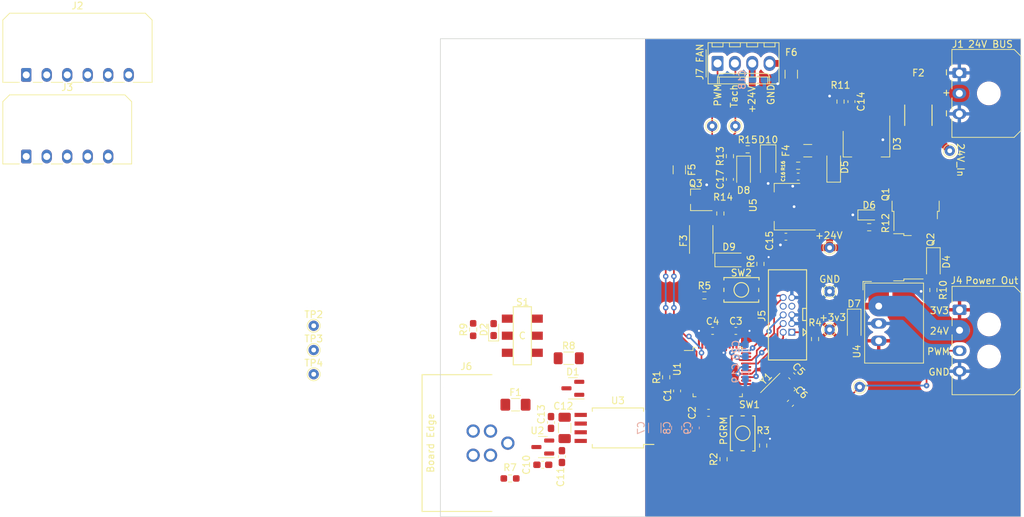
<source format=kicad_pcb>
(kicad_pcb (version 20221018) (generator pcbnew)
  (title_block (date "2024-03-05"))
  (layers (0 "F.Cu" signal) (31 "B.Cu" signal) (34 "B.Paste" user) (35 "F.Paste" user) (36 "B.SilkS" user "B.Silkscreen") (37 "F.SilkS" user "F.Silkscreen") (38 "B.Mask" user) (39 "F.Mask" user) (44 "Edge.Cuts" user))
  (net 0 "")
  (net 1 "+3V3")
  (net 2 "GND")
  (net 3 "Net-(U1-XTALIN)")
  (net 4 "Net-(U1-XTALOUT)")
  (net 5 "/CAN/CAN_VCC_Fused")
  (net 6 "/CAN/GND_CAN")
  (net 7 "/CAN/+5V_CAN")
  (net 8 "Net-(D3-G)")
  (net 9 "+24V")
  (net 10 "+5V")
  (net 11 "/Fans/Fan_Tach")
  (net 12 "/Fans/24V_fused")
  (net 13 "/CAN/CANL")
  (net 14 "/CAN/CANH")
  (net 15 "/CAN/TERM_LED")
  (net 16 "Net-(D2-A)")
  (net 17 "/Power/+24V_FUSED")
  (net 18 "Net-(D4-K)")
  (net 19 "Net-(D4-A)")
  (net 20 "Net-(D6-A)")
  (net 21 "/Fans/Fan_PWM")
  (net 22 "/CAN/CAN_VCC_Unfused")
  (net 23 "/Power/24V_Unprotected")
  (net 24 "Net-(F3-Pad1)")
  (net 25 "Net-(J7-Pin_1)")
  (net 26 "/Fans/PWM_5V")
  (net 27 "Net-(J7-Pin_4)")
  (net 28 "/MCU/Temp_Sens_ADC")
  (net 29 "/MCU/MISO")
  (net 30 "/MCU/MOSI")
  (net 31 "/MCU/SCLK")
  (net 32 "/MCU/CS_1")
  (net 33 "/MCU/CS_2")
  (net 34 "/MCU/ADC_1")
  (net 35 "/MCU/ADC_2")
  (net 36 "/MCU/ADC_3")
  (net 37 "/MCU/ADC_4")
  (net 38 "/MCU/PWM")
  (net 39 "/MCU/RESET")
  (net 42 "Net-(J5-TDO)")
  (net 43 "/MCU/TCLK")
  (net 44 "/MCU/TMS")
  (net 45 "Net-(J5-VCC)")
  (net 46 "/CAN/CAN_Shield")
  (net 47 "/Fans/Tach")
  (net 48 "Net-(Q3-G)")
  (net 49 "/MCU/ISP0")
  (net 50 "/MCU/ISP1")
  (net 51 "Net-(R3-Pad2)")
  (net 52 "Net-(R6-Pad2)")
  (net 53 "Net-(R8-Pad1)")
  (net 56 "/CAN/CAN_TX")
  (net 57 "/CAN/CAN_RX")
  (net 59 "/MCU/RTCXIN")
  (net 61 "/MCU/USB_D+")
  (net 62 "/MCU/USB_D-")
  (footprint "Connector_Molex:Molex_KK-254_AE-6410-04A_1x04_P2.54mm_Vertical" (layer "F.Cu") (at 128.59 61.62)
    (fp_text reference "J7")
    (fp_text value "Fans")
  )
  (footprint "TestPoint:TestPoint_THTPad_D1.5mm_Drill0.7mm" (layer "F.Cu") (at 69.45 100.04)
    (fp_text reference "TP2")
    (fp_text value "CAN_VCC_Fused")
  )
  (footprint "Package_TO_SOT_SMD:SOT-23" (layer "F.Cu") (at 103 117.8 180)
    (fp_text reference "U2")
    (fp_text value "MCP1754S-5002E_SOT23A")
  )
  (footprint "Resistor_SMD:R_0603_1608Metric_Pad0.98x0.95mm_HandSolder" (layer "F.Cu") (at 130.4 75.2 90)
    (fp_text reference "R13")
    (fp_text value "10k")
  )
  (footprint "Resistor_SMD:R_1206_3216Metric_Pad1.30x1.75mm_HandSolder" (layer "F.Cu") (at 106.8 104.8)
    (fp_text reference "R8")
    (fp_text value "120")
  )
  (footprint "layout:SOIC-8_5.85x7.4mm_P1.27mm" (layer "F.Cu") (at 114 115 180)
    (fp_text reference "U3")
    (fp_text value "ISO1042DWV")
  )
  (footprint "Capacitor_SMD:C_1206_3216Metric_Pad1.33x1.80mm_HandSolder" (layer "F.Cu") (at 106.2 115 90)
    (fp_text reference "C12")
    (fp_text value "10uF")
  )
  (footprint "Fuse:Fuse_1206_3216Metric_Pad1.42x1.75mm_HandSolder" (layer "F.Cu") (at 99 111.6 180)
    (fp_text reference "F1")
    (fp_text value "0.2A")
  )
  (footprint "Diode_SMD:D_SOD-123F" (layer "F.Cu") (at 145.6 76.81 90)
    (fp_text reference "D5")
    (fp_text value "28 V")
  )
  (footprint "layout:IDC-Header_2x05_Pitch1.27mm_Straight" (layer "F.Cu") (at 138.836027 98.447027 180)
    (fp_text reference "J5")
    (fp_text value "JTAG_Header")
  )
  (footprint "Resistor_SMD:R_0603_1608Metric_Pad0.98x0.95mm_HandSolder" (layer "F.Cu") (at 150.8 85.61)
    (fp_text reference "R12")
    (fp_text value "10k")
  )
  (footprint "Resistor_SMD:R_0603_1608Metric_Pad0.98x0.95mm_HandSolder" (layer "F.Cu") (at 160.2 94.81 -90)
    (fp_text reference "R10")
    (fp_text value "1k")
  )
  (footprint "TestPoint:TestPoint_THTPad_D1.5mm_Drill0.7mm" (layer "F.Cu") (at 145 100.61 -90)
    (fp_text reference "TP8" hide)
    (fp_text value "3v3")
  )
  (footprint "Resistor_SMD:R_0603_1608Metric_Pad0.98x0.95mm_HandSolder" (layer "F.Cu") (at 142.871027 101.987027 90)
    (fp_text reference "R4")
    (fp_text value "0 ")
  )
  (footprint "Capacitor_SMD:C_0603_1608Metric_Pad1.08x0.95mm_HandSolder" (layer "F.Cu") (at 130.4 78.6 90)
    (fp_text reference "C17")
    (fp_text value "0.1uF")
  )
  (footprint "Resistor_SMD:R_0603_1608Metric_Pad0.98x0.95mm_HandSolder" (layer "F.Cu") (at 135.271027 117.587027 -90)
    (fp_text reference "R3")
    (fp_text value "1k")
  )
  (footprint "LED_SMD:LED_0603_1608Metric_Pad1.05x0.95mm_HandSolder" (layer "F.Cu") (at 150.8 83.81)
    (fp_text reference "D6")
    (fp_text value "LED ")
  )
  (footprint "Converter_DCDC:Converter_DCDC_RECOM_R-78E-0.5_THT" (layer "F.Cu") (at 152.1925 97.163 -90)
    (fp_text reference "U4")
    (fp_text value "R-783.3-0.5")
  )
  (footprint "layout:Button_223AM" (layer "F.Cu") (at 132.271027 115.787027 -90)
    (fp_text reference "SW1")
    (fp_text value "ISP")
  )
  (footprint "Connector_Molex:Molex_Micro-Fit_3.0_43650-0500_1x05_P3.00mm_Horizontal" (layer "F.Cu") (at 27.353 75.251)
    (fp_text reference "J3")
    (fp_text value "ADC")
  )
  (footprint "Package_TO_SOT_SMD:SOT-23" (layer "F.Cu") (at 107.4 109.2 180)
    (fp_text reference "D1")
    (fp_text value "PESD1CAN")
  )
  (footprint "Package_TO_SOT_SMD:SOT-23_Handsoldering" (layer "F.Cu") (at 125.4 81.6 180)
    (fp_text reference "Q3")
    (fp_text value "Q_NMOS_GSD")
  )
  (footprint "Resistor_SMD:R_0603_1608Metric_Pad0.98x0.95mm_HandSolder" (layer "F.Cu") (at 129 83.6 -90)
    (fp_text reference "R14")
    (fp_text value "500")
  )
  (footprint "Diode_SMD:D_1206_3216Metric_Pad1.42x1.75mm_HandSolder" (layer "F.Cu") (at 136 76 -90)
    (fp_text reference "D10")
    (fp_text value "40V 2A")
  )
  (footprint "TestPoint:TestPoint_THTPad_D1.5mm_Drill0.7mm" (layer "F.Cu") (at 127.8 70.8)
    (fp_text reference "TP10" hide)
    (fp_text value "Fan PWM")
  )
  (footprint "Capacitor_SMD:C_0603_1608Metric_Pad1.08x0.95mm_HandSolder" (layer "F.Cu") (at 131.271027 100.787027)
    (fp_text reference "C3")
    (fp_text value "0.1uF")
  )
  (footprint "Capacitor_SMD:C_0603_1608Metric_Pad1.08x0.95mm_HandSolder" (layer "F.Cu") (at 148.2 67.21 90)
    (fp_text reference "C14")
    (fp_text value "0.047u")
  )
  (footprint "Connector_Molex:Molex_Micro-Fit_3.0_43650-0300_1x03_P3.00mm_Horizontal" (layer "F.Cu") (at 164 63.01 -90)
    (fp_text reference "J1")
    (fp_text value "24V In")
  )
  (footprint "Package_TO_SOT_SMD:SOT-223-3_TabPin2" (layer "F.Cu") (at 150.4 73.41 -90)
    (fp_text reference "D3")
    (fp_text value "Q_SCR_KAG")
  )
  (footprint "Capacitor_SMD:C_0603_1608Metric_Pad1.08x0.95mm_HandSolder" (layer "F.Cu") (at 139.261147 111.396907 -135)
    (fp_text reference "C6")
    (fp_text value "18pF")
  )
  (footprint "Diode_SMD:D_SOD-123F" (layer "F.Cu") (at 160.2 90.81 -90)
    (fp_text reference "D4")
    (fp_text value "20 V")
  )
  (footprint "layout:M12_5-pin_90deg_VertPitch2.54mm" (layer "F.Cu") (at 94.07 117.23 -90)
    (fp_text reference "J6")
    (fp_text value "CAN")
  )
  (footprint "Resistor_SMD:R_0603_1608Metric_Pad0.98x0.95mm_HandSolder" (layer "F.Cu") (at 98.2 122.4 180)
    (fp_text reference "R7")
    (fp_text value "1M")
  )
  (footprint "Resistor_SMD:R_0603_1608Metric_Pad0.98x0.95mm_HandSolder" (layer "F.Cu") (at 121.071027 107.587027 90)
    (fp_text reference "R1")
    (fp_text value "10k")
  )
  (footprint "Capacitor_SMD:C_0603_1608Metric_Pad1.08x0.95mm_HandSolder" (layer "F.Cu") (at 127.871027 100.787027 180)
    (fp_text reference "C4")
    (fp_text value "0.1uF")
  )
  (footprint "TestPoint:TestPoint_THTPad_D1.5mm_Drill0.7mm" (layer "F.Cu") (at 131.2 70.8)
    (fp_text reference "TP9" hide)
    (fp_text value "Tach")
  )
  (footprint "Package_QFP:LQFP-48_7x7mm_P0.5mm" (layer "F.Cu") (at 128.614027 106.821027)
    (fp_text reference "U1")
    (fp_text value "LPC1547JBD48")
  )
  (footprint "Capacitor_SMD:C_0603_1608Metric_Pad1.08x0.95mm_HandSolder" (layer "F.Cu") (at 105.8 119.2 -90)
    (fp_text reference "C11")
    (fp_text value "0.1uF")
  )
  (footprint "TestPoint:TestPoint_THTPad_D1.5mm_Drill0.7mm" (layer "F.Cu") (at 145 88.61 -90)
    (fp_text reference "TP7" hide)
    (fp_text value "24V OUT")
  )
  (footprint "Capacitor_SMD:C_0603_1608Metric_Pad1.08x0.95mm_HandSolder" (layer "F.Cu") (at 104.2 114.2 90)
    (fp_text reference "C13")
    (fp_text value "0.1uF")
  )
  (footprint "TestPoint:TestPoint_THTPad_D1.5mm_Drill0.7mm" (layer "F.Cu") (at 69.45 107.14)
    (fp_text reference "TP4")
    (fp_text value "+5V_CAN")
  )
  (footprint "Diode_SMD:D_SOD-123F" (layer "F.Cu") (at 132.4 77.4 -90)
    (fp_text reference "D8")
    (fp_text value "3V6")
  )
  (footprint "TestPoint:TestPoint_THTPad_D1.5mm_Drill0.7mm" (layer "F.Cu") (at 145 95.01 -90)
    (fp_text reference "TP6" hide)
    (fp_text value "GND")
  )
  (footprint "Resistor_SMD:R_0603_1608Metric_Pad0.98x0.95mm_HandSolder" (layer "F.Cu") (at 129.471027 119.587027 90)
    (fp_text reference "R2")
    (fp_text value "10k")
  )
  (footprint "layout:Crystal_SMD_TXC_7M-4pin_3.2x2.5mm" (layer "F.Cu") (at 137.471027 109.587027 -135)
    (fp_text reference "Y1")
    (fp_text value "12MHz")
  )
  (footprint "layout:Littelfuse_154_4.24mm_x_3.81mm" (layer "F.Cu") (at 158 69.21 90)
    (fp_text reference "F2")
    (fp_text value "5A")
  )
  (footprint "Capacitor_SMD:C_0603_1608Metric_Pad1.08x0.95mm_HandSolder" (layer "F.Cu") (at 140.4 78.2 180)
    (fp_text reference "C16")
    (fp_text value "10uF")
  )
  (footprint "Resistor_SMD:R_0603_1608Metric_Pad0.98x0.95mm_HandSolder" (layer "F.Cu") (at 126.671027 95.587027 180)
    (fp_text reference "R5")
    (fp_text value "10k")
  )
  (footprint "Resistor_SMD:R_0603_1608Metric_Pad0.98x0.95mm_HandSolder" (layer "F.Cu") (at 134.871027 90.987027 -90)
    (fp_text reference "R6")
    (fp_text value "1k")
  )
  (footprint "Capacitor_SMD:C_0603_1608Metric_Pad1.08x0.95mm_HandSolder" (layer "F.Cu") (at 138.6 87 180)
    (fp_text reference "C15")
    (fp_text value "0.1uF")
  )
  (footprint "Fuse:Fuse_2512_6332Metric" (layer "F.Cu") (at 126.2 87.4 -90)
    (fp_text reference "F3")
    (fp_text value "100mA")
  )
  (footprint "TestPoint:TestPoint_THTPad_D1.5mm_Drill0.7mm" (layer "F.Cu") (at 149.4 109)
    (fp_text reference "TP1" hide)
    (fp_text value "Duty PWM")
  )
  (footprint "Package_TO_SOT_SMD:TO-252-2" (layer "F.Cu") (at 157.6 80.81 90)
    (fp_text reference "Q1")
    (fp_text value "Q_PMOS_GDS")
  )
  (footprint "Package_TO_SOT_SMD:TO-252-2" (layer "F.Cu") (at 153.4 90.01 180)
    (fp_text reference "Q2")
    (fp_text value "Q_PMOS_GDS")
  )
  (footprint "Resistor_SMD:R_0603_1608Metric_Pad0.98x0.95mm_HandSolder" (layer "F.Cu") (at 133 74.2 180)
    (fp_text reference "R15")
    (fp_text value "10k")
  )
  (footprint "layout:DPDT_NIDEC_6_pin_SMD_1.6_x_1.2_pads" (layer "F.Cu") (at 100 101.5)
    (fp_text reference "S1")
    (fp_text value "CL-SB-22B-01")
  )
  (footprint "Resistor_SMD:R_0603_1608Metric_Pad0.98x0.95mm_HandSolder" (layer "F.Cu") (at 146.6 67.21 90)
    (fp_text reference "R11")
    (fp_text value "10k")
  )
  (footprint "Resistor_SMD:R_0603_1608Metric_Pad0.98x0.95mm_HandSolder" (layer "F.Cu") (at 140.4 76.6 180)
    (fp_text reference "R16")
    (fp_text value "10K")
  )
  (footprint "Diode_SMD:D_SOD-123F" (layer "F.Cu") (at 148.6 99.81 -90)
    (fp_text reference "D7")
    (fp_text value "D_Schottky")
  )
  (footprint "Connector_Molex:Molex_Micro-Fit_3.0_43650-0600_1x06_P3.00mm_Horizontal" (layer "F.Cu") (at 27.353 63.301)
    (fp_text reference "J2")
    (fp_text value "Comm")
  )
  (footprint "Resistor_SMD:R_0603_1608Metric_Pad0.98x0.95mm_HandSolder" (layer "F.Cu") (at 92.8 100.6 -90)
    (fp_text reference "R9")
    (fp_text value "1k")
  )
  (footprint "Package_TO_SOT_SMD:SOT-223-3_TabPin2" (layer "F.Cu") (at 138.8 82.6 180)
    (fp_text reference "U5")
    (fp_text value "BD450M2FP3-CE2")
  )
  (footprint "Capacitor_SMD:C_0603_1608Metric_Pad1.08x0.95mm_HandSolder" (layer "F.Cu") (at 122.671027 109.587027 -90)
    (fp_text reference "C1")
    (fp_text value "0.1uF")
  )
  (footprint "Capacitor_SMD:C_0603_1608Metric_Pad1.08x0.95mm_HandSolder" (layer "F.Cu") (at 127.271027 112.787027)
    (fp_text reference "C2")
    (fp_text value "0.1uF")
  )
  (footprint "Capacitor_SMD:C_0603_1608Metric_Pad1.08x0.95mm_HandSolder" (layer "F.Cu") (at 103 120.4)
    (fp_text reference "C10")
    (fp_text value "0.1uF")
  )
  (footprint "LED_SMD:LED_0603_1608Metric_Pad1.05x0.95mm_HandSolder" (layer "F.Cu") (at 95.8 100.6 90)
    (fp_text reference "D2")
    (fp_text value "Yellow")
  )
  (footprint "Fuse:Fuse_1206_3216Metric_Pad1.42x1.75mm_HandSolder" (layer "F.Cu") (at 123 77.2 -90)
    (fp_text reference "F5")
    (fp_text value "0.2A Fuse")
  )
  (footprint "Fuse:Fuse_1206_3216Metric_Pad1.42x1.75mm_HandSolder" (layer "F.Cu") (at 141.8 74.4 180)
    (fp_text reference "F4")
    (fp_text value "0.25A Fuse")
  )
  (footprint "Fuse:Fuse_1206_3216Metric_Pad1.42x1.75mm_HandSolder" (layer "F.Cu") (at 139.388 63.2 -90)
    (fp_text reference "F6")
    (fp_text value "1A Fuse")
  )
  (footprint "TestPoint:TestPoint_THTPad_D1.5mm_Drill0.7mm" (layer "F.Cu") (at 162.6 74.41 -90)
    (fp_text reference "TP5" hide)
    (fp_text value "24V IN")
  )
  (footprint "TestPoint:TestPoint_THTPad_D1.5mm_Drill0.7mm" (layer "F.Cu") (at 69.45 103.59)
    (fp_text reference "TP3")
    (fp_text value "GND_CAN")
  )
  (footprint "Connector_Molex:Molex_Micro-Fit_3.0_43650-0400_1x04_P3.00mm_Horizontal" (layer "F.Cu") (at 164.03 97.7 -90)
    (fp_text reference "J4")
    (fp_text value "Power")
  )
  (footprint "Capacitor_SMD:C_0603_1608Metric_Pad1.08x0.95mm_HandSolder" (layer "F.Cu") (at 139.471027 107.387027 135)
    (fp_text reference "C5")
    (fp_text value "18pF")
  )
  (footprint "Diode_SMD:D_SOD-123F" (layer "F.Cu") (at 130.4 90.4)
    (fp_text reference "D9")
    (fp_text value "3V6")
  )
  (footprint "layout:Button_223AM" (layer "F.Cu") (at 132.071027 94.787027)
    (fp_text reference "SW2")
    (fp_text value "~RESET")
  )
  (footprint "Capacitor_SMD:C_0603_1608Metric_Pad1.08x0.95mm_HandSolder" (layer "B.Cu") (at 132.671027 103.649527 90)
    (fp_text reference "C20")
    (fp_text value "0.1uF")
  )
  (footprint "Capacitor_SMD:C_0603_1608Metric_Pad1.08x0.95mm_HandSolder" (layer "B.Cu") (at 132.671027 106.987027 -90)
    (fp_text reference "C19")
    (fp_text value "0.1uF")
  )
  (footprint "Capacitor_SMD:C_0603_1608Metric_Pad1.08x0.95mm_HandSolder" (layer "B.Cu") (at 125.4 115 90)
    (fp_text reference "C9")
    (fp_text value "0.1uF")
  )
  (footprint "Capacitor_SMD:C_0805_2012Metric_Pad1.18x1.45mm_HandSolder" (layer "B.Cu") (at 122.6 115 90)
    (fp_text reference "C8")
    (fp_text value "1uF")
  )
  (footprint "Capacitor_SMD:C_1206_3216Metric_Pad1.33x1.80mm_HandSolder" (layer "B.Cu") (at 119.4 115 90)
    (fp_text reference "C7")
    (fp_text value "10uF")
  )
  (footprint "Capacitor_SMD:C_0603_1608Metric_Pad1.08x0.95mm_HandSolder" (layer "B.Cu") (at 134.588 64)
    (fp_text reference "C18")
    (fp_text value "1uF")
  )
  (gr_rect (start 88 58) (end 173 128) (stroke (width 0.1)) (fill none) (layer "Edge.Cuts"))
  (gr_text "-" (at 161.6 68.21 -90) (layer "F.SilkS") (effects (font (size 1 1)) (justify left bottom)))
  (gr_text "PWM" (at 159.2 104.4) (layer "F.SilkS") (effects (font (size 1 1)) (justify left bottom)))
  (gr_text "FAN" (at 126.6 61.6 90) (layer "F.SilkS") (effects (font (size 1 1)) (justify left bottom)))
  (gr_text "3V3" (at 159.6 98.4) (layer "F.SilkS") (effects (font (size 1 1)) (justify left bottom)))
  (gr_text "24V" (at 159.6 101.4) (layer "F.SilkS") (effects (font (size 1 1)) (justify left bottom)))
  (gr_text "-" (at 161.6 62.21 -90) (layer "F.SilkS") (effects (font (size 1 1)) (justify left bottom)))
  (gr_text "24V BUS" (at 165.2 59.4) (layer "F.SilkS") (effects (font (size 1 1)) (justify left bottom)))
  (gr_text "+24V" (at 134.2 69 90) (layer "F.SilkS") (effects (font (size 1 1)) (justify left bottom)))
  (gr_text "GND" (at 143.4 93.8) (layer "F.SilkS") (effects (font (size 1 1)) (justify left bottom)))
  (gr_text "Tach" (at 131.6 68.2 90) (layer "F.SilkS") (effects (font (size 1 1)) (justify left bottom)))
  (gr_text "24V_In" (at 163.6 73.21 -90) (layer "F.SilkS") (effects (font (size 1 1)) (justify left bottom)))
  (gr_text "+3v3" (at 143.4 99.4) (layer "F.SilkS") (effects (font (size 1 1)) (justify left bottom)))
  (gr_text "+" (at 161.6 65.21 -90) (layer "F.SilkS") (effects (font (size 1 1)) (justify left bottom)))
  (gr_text "Power Out" (at 164.8 94) (layer "F.SilkS") (effects (font (size 1 1)) (justify left bottom)))
  (gr_text "+24V" (at 142.8 87.4) (layer "F.SilkS") (effects (font (size 1 1)) (justify left bottom)))
  (gr_text "PGRM" (at 130.071027 117.587027 90) (layer "F.SilkS") (effects (font (size 1 1)) (justify left bottom)))
  (gr_text "PWM" (at 129.2 68 90) (layer "F.SilkS") (effects (font (size 1 1)) (justify left bottom)))
  (gr_text "GND" (at 137 67.8 90) (layer "F.SilkS") (effects (font (size 1 1)) (justify left bottom)))
  (gr_text "GND" (at 159.4 107.4) (layer "F.SilkS") (effects (font (size 1 1)) (justify left bottom)))
  (segment (start 127.271027 112.587027) (end 127.071027 112.787027) (width 0.25) (layer "F.Cu") (net 1))
  (segment (start 127.071027 112.787027) (end 126.408527 112.787027) (width 0.25) (layer "F.Cu") (net 1))
  (segment (start 134.071027 106.587027) (end 135.071027 106.587027) (width 0.25) (layer "F.Cu") (net 1))
  (segment (start 131.581586 107.059016) (end 131.581586 108.179272) (width 0.25) (layer "F.Cu") (net 1))
  (segment (start 130.364027 102.658527) (end 130.364027 100.831527) (width 0.25) (layer "F.Cu") (net 1))
  (segment (start 122.824527 108.571027) (end 122.671027 108.724527) (width 0.25) (layer "F.Cu") (net 1))
  (segment (start 127.364027 111.786713) (end 127.271027 111.879713) (width 0.25) (layer "F.Cu") (net 1))
  (segment (start 132.776527 107.071027) (end 133.587027 107.071027) (width 0.25) (layer "F.Cu") (net 1))
  (segment (start 127.364027 110.983527) (end 127.364027 111.786713) (width 0.25) (layer "F.Cu") (net 1))
  (segment (start 130.364027 100.831527) (end 130.408527 100.787027) (width 0.25) (layer "F.Cu") (net 1))
  (segment (start 122.446027 108.499527) (end 122.671027 108.724527) (width 0.25) (layer "F.Cu") (net 1))
  (segment (start 126.364027 110.983527) (end 126.364027 112.742527) (width 0.25) (layer "F.Cu") (net 1))
  (segment (start 131.973341 107.071027) (end 132.776527 107.071027) (width 0.25) (layer "F.Cu") (net 1))
  (segment (start 128.864027 102.658527) (end 128.864027 100.917527) (width 0.25) (layer "F.Cu") (net 1))
  (segment (start 127.271027 111.879713) (end 127.271027 112.587027) (width 0.25) (layer "F.Cu") (net 1))
  (segment (start 126.364027 112.742527) (end 126.408527 112.787027) (width 0.25) (layer "F.Cu") (net 1))
  (segment (start 124.451527 108.571027) (end 122.824527 108.571027) (width 0.25) (layer "F.Cu") (net 1))
  (segment (start 131.973341 108.571027) (end 132.776527 108.571027) (width 0.25) (layer "F.Cu") (net 1))
  (segment (start 131.581586 107.059016) (end 131.593597 107.071027) (width 0.25) (layer "F.Cu") (net 1))
  (segment (start 128.864027 100.917527) (end 128.733527 100.787027) (width 0.25) (layer "F.Cu") (net 1))
  (segment (start 131.581586 108.179272) (end 131.973341 108.571027) (width 0.25) (layer "F.Cu") (net 1))
  (segment (start 131.593597 107.071027) (end 132.776527 107.071027) (width 0.25) (layer "F.Cu") (net 1))
  (segment (start 131.973341 108.571027) (end 131.671027 108.268713) (width 0.25) (layer "F.Cu") (net 1))
  (segment (start 121.071027 108.499527) (end 122.446027 108.499527) (width 0.25) (layer "F.Cu") (net 1))
  (segment (start 133.587027 107.071027) (end 134.071027 106.587027) (width 0.25) (layer "F.Cu") (net 1))
  (via (at 131.581586 107.059016) (size 0.8) (drill 0.3) (layers "F.Cu" "B.Cu") (net 1))
  (segment (start 132.671027 106.124527) (end 131.933527 106.124527) (width 0.25) (layer "B.Cu") (net 1))
  (segment (start 131.581586 107.059016) (end 131.671027 106.969575) (width 0.25) (layer "B.Cu") (net 1))
  (segment (start 131.933527 106.124527) (end 131.671027 106.387027) (width 0.25) (layer "B.Cu") (net 1))
  (segment (start 131.671027 106.969575) (end 131.671027 106.387027) (width 0.25) (layer "B.Cu") (net 1))
  (segment (start 131.8 90.4) (end 133 90.4) (width 0.25) (layer "F.Cu") (net 2))
  (segment (start 129.364027 103.880027) (end 129.471027 103.987027) (width 0.25) (layer "F.Cu") (net 2))
  (segment (start 141.95 82.6) (end 139.8 82.6) (width 0.5) (layer "F.Cu") (net 2))
  (segment (start 123.389027 110.331527) (end 123.271027 110.449527) (width 0.25) (layer "F.Cu") (net 2))
  (segment (start 145.1025 66.2975) (end 145 66.4) (width 1) (layer "F.Cu") (net 2))
  (segment (start 136 79.2) (end 134.2 79.2) (width 0.5) (layer "F.Cu") (net 2))
  (segment (start 133 90.4) (end 133.325473 90.074527) (width 0.25) (layer "F.Cu") (net 2))
  (segment (start 129.364027 102.658527) (end 129.364027 103.880027) (width 0.25) (layer "F.Cu") (net 2))
  (segment (start 160.2 95.7225) (end 159.1225 95.7225) (width 1) (layer "F.Cu") (net 2))
  (segment (start 136 77.4875) (end 136 79.2) (width 0.5) (layer "F.Cu") (net 2))
  (segment (start 139.388 64.6875) (end 137.4875 64.6875) (width 0.5) (layer "F.Cu") (net 2))
  (segment (start 139.871027 110.787027) (end 139.871027 110.431392) (width 0.25) (layer "F.Cu") (net 2))
  (segment (start 135.65 82.6) (end 139.8 82.6) (width 0.5) (layer "F.Cu") (net 2))
  (segment (start 126.9 79.5) (end 127 79.4) (width 0.5) (layer "F.Cu") (net 2))
  (segment (start 149.925 83.81) (end 148.41 83.81) (width 1) (layer "F.Cu") (net 2))
  (segment (start 127.864027 110.983527) (end 127.864027 112.517527) (width 0.25) (layer "F.Cu") (net 2))
  (segment (start 135.983527 90.074527) (end 136.071027 89.987027) (width 0.25) (layer "F.Cu") (net 2))
  (segment (start 131.1375 79.4625) (end 131.8 78.8) (width 0.5) (layer "F.Cu") (net 2))
  (segment (start 127.864027 112.517527) (end 128.133527 112.787027) (width 0.25) (layer "F.Cu") (net 2))
  (segment (start 159.1225 95.7225) (end 158.4 95) (width 1) (layer "F.Cu") (net 2))
  (segment (start 131.8 78.8) (end 132.4 78.8) (width 0.5) (layer "F.Cu") (net 2))
  (segment (start 134.2 79.2) (end 133.8 78.8) (width 0.5) (layer "F.Cu") (net 2))
  (segment (start 129.864027 102.658527) (end 129.864027 103.594027) (width 0.25) (layer "F.Cu") (net 2))
  (segment (start 139.5375 78.2) (end 139.5375 79.5375) (width 0.5) (layer "F.Cu") (net 2))
  (segment (start 135.358527 116.587027) (end 135.271027 116.674527) (width 0.25) (layer "F.Cu") (net 2))
  (segment (start 136.271027 116.587027) (end 135.358527 116.587027) (width 0.25) (layer "F.Cu") (net 2))
  (segment (start 130.4 79.4625) (end 131.1375 79.4625) (width 0.5) (layer "F.Cu") (net 2))
  (segment (start 134.871027 90.074527) (end 135.983527 90.074527) (width 0.25) (layer "F.Cu") (net 2))
  (segment (start 137.4875 64.6875) (end 137.4 64.6) (width 0.5) (layer "F.Cu") (net 2))
  (segment (start 148.41 83.81) (end 148.4 83.8) (width 1) (layer "F.Cu") (net 2))
  (segment (start 141.271027 109.387027) (end 141.271027 109.187027) (width 0.25) (layer "F.Cu") (net 2))
  (segment (start 129.071027 112.787027) (end 128.133527 112.787027) (width 0.25) (layer "F.Cu") (net 2))
  (segment (start 129.364027 112.494027) (end 129.071027 112.787027) (width 0.25) (layer "F.Cu") (net 2))
  (segment (start 139.5375 79.5375) (end 139.6 79.6) (width 0.5) (layer "F.Cu") (net 2))
  (segment (start 132.133527 100.787027) (end 133.271027 100.787027) (width 0.25) (layer "F.Cu") (net 2))
  (segment (start 137.7375 88.1375) (end 137.8 88.2) (width 0.5) (layer "F.Cu") (net 2))
  (segment (start 152.7 72.7) (end 152.8 72.8) (width 1) (layer "F.Cu") (net 2))
  (segment (start 123.648341 109.071027) (end 123.389027 109.330341) (width 0.25) (layer "F.Cu") (net 2))
  (segment (start 129.364027 110.983527) (end 129.364027 112.494027) (width 0.25) (layer "F.Cu") (net 2))
  (segment (start 123.271027 110.449527) (end 122.671027 110.449527) (width 0.25) (layer "F.Cu") (net 2))
  (segment (start 138.849885 109.41025) (end 138.849885 109.227929) (width 0.25) (layer "F.Cu") (net 2))
  (segment (start 123.389027 109.330341) (end 123.389027 110.331527) (width 0.25) (layer "F.Cu") (net 2))
  (segment (start 133.8 78.8) (end 132.4 78.8) (width 0.5) (layer "F.Cu") (net 2))
  (segment (start 137.7375 87) (end 137.7375 88.1375) (width 0.5) (layer "F.Cu") (net 2))
  (segment (start 148.2 66.3475) (end 146.65 66.3475) (width 1) (layer "F.Cu") (net 2))
  (segment (start 127.008527 100.787027) (end 125.871027 100.787027) (width 0.25) (layer "F.Cu") (net 2))
  (segment (start 146.6 66.2975) (end 145.1025 66.2975) (width 1) (layer "F.Cu") (net 2))
  (segment (start 129.864027 103.594027) (end 129.471027 103.987027) (width 0.25) (layer "F.Cu") (net 2))
  (segment (start 124.451527 109.071027) (end 123.648341 109.071027) (width 0.25) (layer "F.Cu") (net 2))
  (segment (start 126.9 80.65) (end 126.9 79.5) (width 0.5) (layer "F.Cu") (net 2))
  (segment (start 133.325473 90.074527) (end 134.871027 90.074527) (width 0.25) (layer "F.Cu") (net 2))
  (segment (start 146.65 66.3475) (end 146.6 66.2975) (width 1) (layer "F.Cu") (net 2))
  (segment (start 152.7 70.26) (end 152.7 72.7) (width 1) (layer "F.Cu") (net 2))
  (via (at 137.8 88.2) (size 0.8) (drill 0.4) (layers "F.Cu" "B.Cu") (net 2))
  (via (at 136.071027 89.987027) (size 0.8) (drill 0.3) (layers "F.Cu" "B.Cu") (net 2))
  (via (at 125.871027 100.787027) (size 0.8) (drill 0.3) (layers "F.Cu" "B.Cu") (net 2))
  (via (at 133.271027 100.787027) (size 0.8) (drill 0.3) (layers "F.Cu" "B.Cu") (net 2))
  (via (at 136.271027 116.587027) (size 0.8) (drill 0.3) (layers "F.Cu" "B.Cu") (net 2))
  (via (at 136 79.2) (size 0.8) (drill 0.4) (layers "F.Cu" "B.Cu") (net 2))
  (via (at 145 66.4) (size 0.8) (drill 0.4) (layers "F.Cu" "B.Cu") (net 2))
  (via (at 129.471027 103.987027) (size 0.8) (drill 0.3) (layers "F.Cu" "B.Cu") (net 2))
  (via (at 141.271027 109.387027) (size 0.8) (drill 0.3) (layers "F.Cu" "B.Cu") (net 2))
  (via (at 152.8 72.8) (size 0.8) (drill 0.4) (layers "F.Cu" "B.Cu") (net 2))
  (via (at 139.6 79.6) (size 0.8) (drill 0.4) (layers "F.Cu" "B.Cu") (net 2))
  (via (at 148.4 83.8) (size 0.8) (drill 0.4) (layers "F.Cu" "B.Cu") (net 2))
  (via (at 158.4 95) (size 0.8) (drill 0.4) (layers "F.Cu" "B.Cu") (net 2))
  (via (at 127 79.4) (size 0.8) (drill 0.4) (layers "F.Cu" "B.Cu") (net 2))
  (via (at 137.4 64.6) (size 0.8) (drill 0.4) (layers "F.Cu" "B.Cu") (net 2))
  (via (at 139.8 82.6) (size 0.8) (drill 0.4) (layers "F.Cu" "B.Cu") (net 2))
  (segment (start 137.647804 107.99049) (end 138.861147 106.777147) (width 0.25) (layer "F.Cu") (net 3))
  (segment (start 134.187027 109.071027) (end 132.776527 109.071027) (width 0.25) (layer "F.Cu") (net 3))
  (segment (start 137.647804 108.208169) (end 137.647804 107.99049) (width 0.25) (layer "F.Cu") (net 3))
  (segment (start 137.647804 108.208169) (end 136.826662 107.387027) (width 0.25) (layer "F.Cu") (net 3))
  (segment (start 136.826662 107.387027) (end 135.871027 107.387027) (width 0.25) (layer "F.Cu") (net 3))
  (segment (start 135.871027 107.387027) (end 134.187027 109.071027) (width 0.25) (layer "F.Cu") (net 3))
  (segment (start 138.335152 112.006787) (end 137.29425 110.965885) (width 0.25) (layer "F.Cu") (net 4))
  (segment (start 137.29425 110.965885) (end 136.673108 111.587027) (width 0.25) (layer "F.Cu") (net 4))
  (segment (start 135.071027 110.987027) (end 133.655027 109.571027) (width 0.25) (layer "F.Cu") (net 4))
  (segment (start 135.071027 111.387027) (end 135.071027 110.987027) (width 0.25) (layer "F.Cu") (net 4))
  (segment (start 135.271027 111.587027) (end 135.071027 111.387027) (width 0.25) (layer "F.Cu") (net 4))
  (segment (start 136.673108 111.587027) (end 135.271027 111.587027) (width 0.25) (layer "F.Cu") (net 4))
  (segment (start 138.651267 112.006787) (end 138.335152 112.006787) (width 0.25) (layer "F.Cu") (net 4))
  (segment (start 133.655027 109.571027) (end 132.776527 109.571027) (width 0.25) (layer "F.Cu") (net 4))
  (segment (start 148.2 68.0725) (end 148.2 70.16) (width 1) (layer "F.Cu") (net 8))
  (segment (start 146.6 68.1225) (end 148.15 68.1225) (width 1) (layer "F.Cu") (net 8))
  (segment (start 145.6 75.41) (end 146.79 75.41) (width 1) (layer "F.Cu") (net 8))
  (segment (start 146.79 75.41) (end 148.1 74.1) (width 1) (layer "F.Cu") (net 8))
  (segment (start 148.15 68.1225) (end 148.2 68.0725) (width 1) (layer "F.Cu") (net 8))
  (segment (start 148.2 70.16) (end 148.1 70.26) (width 1) (layer "F.Cu") (net 8))
  (segment (start 148.1 74.1) (end 148.1 70.26) (width 1) (layer "F.Cu") (net 8))
  (segment (start 148.6 97.6) (end 149.037 97.163) (width 1) (layer "F.Cu") (net 9))
  (segment (start 141.95 84.9) (end 141.95 87.35) (width 1) (layer "F.Cu") (net 9))
  (segment (start 148.6 98.41) (end 148.6 97.6) (width 1) (layer "F.Cu") (net 9))
  (segment (start 144.01 78.21) (end 143.2875 77.4875) (width 1) (layer "F.Cu") (net 9))
  (segment (start 145.6 78.21) (end 144.01 78.21) (width 1) (layer "F.Cu") (net 9))
  (segment (start 145 88.61) (end 145 80.8) (width 1) (layer "F.Cu") (net 9))
  (segment (start 149.8875 85.61) (end 149.8875 88.5975) (width 1) (layer "F.Cu") (net 9))
  (segment (start 145 80.8) (end 145.6 80.2) (width 1) (layer "F.Cu") (net 9))
  (segment (start 139.4625 85.3375) (end 139.9 84.9) (width 1) (layer "F.Cu") (net 9))
  (segment (start 143.2875 77.4875) (end 143.2875 74.4) (width 1) (layer "F.Cu") (net 9))
  (segment (start 149.8875 88.5975) (end 151.3 90.01) (width 0.5) (layer "F.Cu") (net 9))
  (segment (start 152.1925 90.9025) (end 151.3 90.01) (width 3) (layer "F.Cu") (net 9))
  (segment (start 141.95 87.35) (end 143.21 88.61) (width 1) (layer "F.Cu") (net 9))
  (segment (start 149.037 97.163) (end 152.1925 97.163) (width 1) (layer "F.Cu") (net 9))
  (segment (start 139.9 84.9) (end 141.95 84.9) (width 1) (layer "F.Cu") (net 9))
  (segment (start 143.21 88.61) (end 145 88.61) (width 1) (layer "F.Cu") (net 9))
  (segment (start 149.9 88.61) (end 151.3 90.01) (width 1) (layer "F.Cu") (net 9))
  (segment (start 152.1925 97.163) (end 152.1925 90.9025) (width 3) (layer "F.Cu") (net 9))
  (segment (start 139.4625 87) (end 139.4625 85.3375) (width 1) (layer "F.Cu") (net 9))
  (segment (start 145.6 80.2) (end 145.6 78.21) (width 1) (layer "F.Cu") (net 9))
  (segment (start 145 88.61) (end 149.9 88.61) (width 1) (layer "F.Cu") (net 9))
  (segment (start 160.1 100.7) (end 156.563 97.163) (width 3) (layer "B.Cu") (net 9))
  (segment (start 164.03 100.7) (end 160.1 100.7) (width 3) (layer "B.Cu") (net 9))
  (segment (start 156.563 97.163) (end 152.1925 97.163) (width 3) (layer "B.Cu") (net 9))
  (segment (start 141.3125 76.6) (end 141.3125 78.15) (width 0.5) (layer "F.Cu") (net 10))
  (segment (start 141.2625 79.6125) (end 141.95 80.3) (width 0.5) (layer "F.Cu") (net 10))
  (segment (start 141.3125 78.15) (end 141.2625 78.2) (width 0.5) (layer "F.Cu") (net 10))
  (segment (start 141.2625 78.2) (end 141.2625 79.6125) (width 0.5) (layer "F.Cu") (net 10))
  (segment (start 130.5125 76) (end 130.4 76.1125) (width 0.25) (layer "F.Cu") (net 11))
  (segment (start 121 78.6) (end 121.95 77.65) (width 0.25) (layer "F.Cu") (net 11))
  (segment (start 130.3125 77.65) (end 130.4 77.7375) (width 0.25) (layer "F.Cu") (net 11))
  (segment (start 125.254713 106.571027) (end 124.451527 106.571027) (width 0.25) (layer "F.Cu") (net 11))
  (segment (start 130.4 76.1125) (end 130.4 77.7375) (width 0.25) (layer "F.Cu") (net 11))
  (segment (start 132.4 76) (end 130.5125 76) (width 0.25) (layer "F.Cu") (net 11))
  (segment (start 125.514027 103.830341) (end 125.514027 106.311713) (width 0.25) (layer "F.Cu") (net 11))
  (segment (start 125.514027 106.311713) (end 125.254713 106.571027) (width 0.25) (layer "F.Cu") (net 11))
  (segment (start 121.95 77.65) (end 130.3125 77.65) (width 0.25) (layer "F.Cu") (net 11))
  (segment (start 121 97.4) (end 121 99.316314) (width 0.25) (layer "F.Cu") (net 11))
  (segment (start 121 92.8) (end 121 78.6) (width 0.25) (layer "F.Cu") (net 11))
  (segment (start 121 99.316314) (end 125.514027 103.830341) (width 0.25) (layer "F.Cu") (net 11))
  (via (at 121 97.4) (size 0.8) (drill 0.4) (layers "F.Cu" "B.Cu") (net 11))
  (via (at 121 92.8) (size 0.8) (drill 0.4) (layers "F.Cu" "B.Cu") (net 11))
  (segment (start 121 92.8) (end 121 97.4) (width 0.25) (layer "B.Cu") (net 11))
  (segment (start 133.67 67.67) (end 133.67 61.62) (width 1) (layer "F.Cu") (net 12))
  (segment (start 135.6875 74.2) (end 136 74.5125) (width 1) (layer "F.Cu") (net 12))
  (segment (start 133.9125 67.9125) (end 133.67 67.67) (width 1) (layer "F.Cu") (net 12))
  (segment (start 136.1125 74.4) (end 136 74.5125) (width 1) (layer "F.Cu") (net 12))
  (segment (start 140.3125 74.4) (end 136.1125 74.4) (width 1) (layer "F.Cu") (net 12))
  (segment (start 133.9125 74.2) (end 133.9125 67.9125) (width 1) (layer "F.Cu") (net 12))
  (segment (start 133.9125 74.2) (end 135.6875 74.2) (width 1) (layer "F.Cu") (net 12))
  (segment (start 133.67 63.9445) (end 133.7255 64) (width 0.5) (layer "B.Cu") (net 12))
  (segment (start 133.67 61.62) (end 133.67 63.9445) (width 0.5) (layer "B.Cu") (net 12))
  (segment (start 158 72.4) (end 160.59 72.4) (width 1) (layer "F.Cu") (net 17))
  (segment (start 155.45 76.56) (end 157.6 78.71) (width 1) (layer "F.Cu") (net 17))
  (segment (start 160.59 72.4) (end 162.6 74.41) (width 1) (layer "F.Cu") (net 17))
  (segment (start 150.4 76.56) (end 150.4 70.26) (width 1) (layer "F.Cu") (net 17))
  (segment (start 158 72.4) (end 158 78.31) (width 3) (layer "F.Cu") (net 17))
  (segment (start 158 78.31) (end 157.6 78.71) (width 3) (layer "F.Cu") (net 17))
  (segment (start 150.4 76.56) (end 155.45 76.56) (width 1) (layer "F.Cu") (net 17))
  (segment (start 155.32 88.72) (end 157.6 91) (width 1) (layer "F.Cu") (net 19))
  (segment (start 160.2 93.8975) (end 160.2 92.21) (width 1) (layer "F.Cu") (net 19))
  (segment (start 157.6 92.29) (end 160.12 92.29) (width 1) (layer "F.Cu") (net 19))
  (segment (start 155.32 85.01) (end 155.32 88.72) (width 1) (layer "F.Cu") (net 19))
  (segment (start 160.12 92.29) (end 160.2 92.21) (width 1) (layer "F.Cu") (net 19))
  (segment (start 157.6 91) (end 157.6 92.29) (width 1) (layer "F.Cu") (net 19))
  (segment (start 151.7125 85.61) (end 151.7125 83.8475) (width 1) (layer "F.Cu") (net 20))
  (segment (start 151.7125 83.8475) (end 151.675 83.81) (width 1) (layer "F.Cu") (net 20))
  (segment (start 122.2 92.8) (end 122.2 91.4) (width 0.25) (layer "F.Cu") (net 21))
  (segment (start 129 90.4) (end 126.3 90.4) (width 0.25) (layer "F.Cu") (net 21))
  (segment (start 124 101.6) (end 122.2 99.8) (width 0.25) (layer "F.Cu") (net 21))
  (segment (start 125.391109 107.071027) (end 126.238527 106.223609) (width 0.25) (layer "F.Cu") (net 21))
  (segment (start 124.4 101.6) (end 124 101.6) (width 0.25) (layer "F.Cu") (net 21))
  (segment (start 126.238527 106.223609) (end 126.238527 104.004288) (width 0.25) (layer "F.Cu") (net 21))
  (segment (start 126.3 90.4) (end 126.2 90.3) (width 0.25) (layer "F.Cu") (net 21))
  (segment (start 124.451527 107.071027) (end 125.391109 107.071027) (width 0.25) (layer "F.Cu") (net 21))
  (segment (start 123.3 90.3) (end 126.2 90.3) (width 0.25) (layer "F.Cu") (net 21))
  (segment (start 122.2 91.4) (end 123.3 90.3) (width 0.25) (layer "F.Cu") (net 21))
  (segment (start 122.2 99.8) (end 122.2 97.4) (width 0.25) (layer "F.Cu") (net 21))
  (via (at 122.2 97.4) (size 0.8) (drill 0.4) (layers "F.Cu" "B.Cu") (net 21))
  (via (at 126.238527 104.004288) (size 0.8) (drill 0.4) (layers "F.Cu" "B.Cu") (net 21))
  (via (at 122.2 92.8) (size 0.8) (drill 0.4) (layers "F.Cu" "B.Cu") (net 21))
  (via (at 124.4 101.6) (size 0.8) (drill 0.4) (layers "F.Cu" "B.Cu") (net 21))
  (segment (start 126.238527 103.438527) (end 124.4 101.6) (width 0.25) (layer "B.Cu") (net 21))
  (segment (start 126.238527 104.004288) (end 126.238527 103.438527) (width 0.25) (layer "B.Cu") (net 21))
  (segment (start 122.2 92.8) (end 122.2 97.4) (width 0.25) (layer "B.Cu") (net 21))
  (segment (start 164 66.01) (end 158.01 66.01) (width 3) (layer "F.Cu") (net 23))
  (segment (start 158.01 66.01) (end 158 66.02) (width 3) (layer "F.Cu") (net 23))
  (segment (start 126.2 84.5) (end 128.9875 84.5) (width 0.25) (layer "F.Cu") (net 24))
  (segment (start 128.9875 84.5) (end 129 84.5125) (width 0.25) (layer "F.Cu") (net 24))
  (segment (start 128.59 65.21) (end 128.59 61.62) (width 0.25) (layer "F.Cu") (net 25))
  (segment (start 127.8 70.8) (end 127.8 66) (width 0.25) (layer "F.Cu") (net 25))
  (segment (start 127.8 66) (end 128.59 65.21) (width 0.25) (layer "F.Cu") (net 25))
  (segment (start 127.8 72.6) (end 127.8 70.8) (width 0.25) (layer "F.Cu") (net 25))
  (segment (start 124.6875 75.7125) (end 127.8 72.6) (width 0.25) (layer "F.Cu") (net 25))
  (segment (start 123 75.7125) (end 124.6875 75.7125) (width 0.25) (layer "F.Cu") (net 25))
  (segment (start 134.89038 80) (end 136.225305 80) (width 0.25) (layer "F.Cu") (net 26))
  (segment (start 138 77) (end 138.4 76.6) (width 0.25) (layer "F.Cu") (net 26))
  (segment (start 123.9 81.6) (end 133.29038 81.6) (width 0.25) (layer "F.Cu") (net 26))
  (segment (start 138.4 76.6) (end 139.4875 76.6) (width 0.25) (layer "F.Cu") (net 26))
  (segment (start 138 78.225305) (end 138 77) (width 0.25) (layer "F.Cu") (net 26))
  (segment (start 123.9 80.9) (end 123 80) (width 0.25) (layer "F.Cu") (net 26))
  (segment (start 123.9 81.6) (end 123.9 80.9) (width 0.25) (layer "F.Cu") (net 26))
  (segment (start 136.225305 80) (end 138 78.225305) (width 0.25) (layer "F.Cu") (net 26))
  (segment (start 123 80) (end 123 78.6875) (width 0.25) (layer "F.Cu") (net 26))
  (segment (start 133.29038 81.6) (end 134.89038 80) (width 0.25) (layer "F.Cu") (net 26))
  (segment (start 136.21 61.62) (end 139.2955 61.62) (width 1) (layer "F.Cu") (net 27))
  (segment (start 139.2955 61.62) (end 139.388 61.7125) (width 1) (layer "F.Cu") (net 27))
  (segment (start 159.2 107) (end 162.5 103.7) (width 0.25) (layer "F.Cu") (net 38))
  (segment (start 128.864027 110.180341) (end 129.123341 109.921027) (width 0.25) (layer "F.Cu") (net 38))
  (segment (start 135.549357 112.949357) (end 145.450643 112.949357) (width 0.25) (layer "F.Cu") (net 38))
  (segment (start 131.604713 109.921027) (end 131.839027 110.155341) (width 0.25) (layer "F.Cu") (net 38))
  (segment (start 131.839027 110.155341) (end 132.755341 110.155341) (width 0.25) (layer "F.Cu") (net 38))
  (segment (start 132.755341 110.155341) (end 135.549357 112.949357) (width 0.25) (layer "F.Cu") (net 38))
  (segment (start 129.123341 109.921027) (end 131.604713 109.921027) (width 0.25) (layer "F.Cu") (net 38))
  (segment (start 145.450643 112.949357) (end 149.4 109) (width 0.25) (layer "F.Cu") (net 38))
  (segment (start 159.2 108.8) (end 159.2 107) (width 0.25) (layer "F.Cu") (net 38))
  (segment (start 162.5 103.7) (end 164.03 103.7) (width 0.25) (layer "F.Cu") (net 38))
  (segment (start 128.864027 110.983527) (end 128.864027 110.180341) (width 0.25) (layer "F.Cu") (net 38))
  (via (at 159.2 108.8) (size 0.8) (drill 0.3) (layers "F.Cu" "B.Cu") (net 38))
  (segment (start 149.6 108.8) (end 159.2 108.8) (width 0.25) (layer "B.Cu") (net 38))
  (segment (start 149.4 109) (end 149.6 108.8) (width 0.25) (layer "B.Cu") (net 38))
  (segment (start 133.579713 105.071027) (end 134.333728 104.317012) (width 0.25) (layer "F.Cu") (net 39))
  (segment (start 127.583527 95.587027) (end 129.221027 95.587027) (width 0.25) (layer "F.Cu") (net 39))
  (segment (start 131.87133 105.071027) (end 132.776527 105.071027) (width 0.25) (layer "F.Cu") (net 39))
  (segment (start 131.439527 104.639224) (end 131.87133 105.071027) (width 0.25) (layer "F.Cu") (net 39))
  (segment (start 134.871027 95.637027) (end 129.271027 95.637027) (width 0.25) (layer "F.Cu") (net 39))
  (segment (start 134.871027 95.637027) (end 137.931027 95.637027) (width 0.25) (layer "F.Cu") (net 39))
  (segment (start 136.871027 101.137124) (end 136.871027 97.237027) (width 0.25) (layer "F.Cu") (net 39))
  (segment (start 129.221027 95.587027) (end 129.271027 95.637027) (width 0.25) (layer "F.Cu") (net 39))
  (segment (start 134.333728 103.674423) (end 136.871027 101.137124) (width 0.25) (layer "F.Cu") (net 39))
  (segment (start 134.333728 104.317012) (end 134.333728 103.674423) (width 0.25) (layer "F.Cu") (net 39))
  (segment (start 132.776527 105.071027) (end 133.579713 105.071027) (width 0.25) (layer "F.Cu") (net 39))
  (segment (start 136.871027 97.237027) (end 138.201027 95.907027) (width 0.25) (layer "F.Cu") (net 39))
  (segment (start 137.931027 95.637027) (end 138.201027 95.907027) (width 0.25) (layer "F.Cu") (net 39))
  (via (at 131.439527 104.639224) (size 0.8) (drill 0.3) (layers "F.Cu" "B.Cu") (net 39))
  (segment (start 131.566724 104.512027) (end 131.439527 104.639224) (width 0.25) (layer "B.Cu") (net 39))
  (segment (start 132.671027 104.512027) (end 131.566724 104.512027) (width 0.25) (layer "B.Cu") (net 39))
  (segment (start 130.671027 105.128972) (end 127.728972 108.071027) (width 0.25) (layer "F.Cu") (net 42))
  (segment (start 133.718284 103.292154) (end 133.718284 103.265268) (width 0.25) (layer "F.Cu") (net 42))
  (segment (start 127.728972 108.071027) (end 124.451527 108.071027) (width 0.25) (layer "F.Cu") (net 42))
  (segment (start 133.718284 103.265268) (end 136.133776 100.849776) (width 0.25) (layer "F.Cu") (net 42))
  (segment (start 130.671027 103.987027) (end 130.671027 105.128972) (width 0.25) (layer "F.Cu") (net 42))
  (via (at 130.671027 103.987027) (size 0.8) (drill 0.3) (layers "F.Cu" "B.Cu") (net 42))
  (via (at 136.133776 100.849776) (size 0.8) (drill 0.3) (layers "F.Cu" "B.Cu") (net 42))
  (via (at 133.718284 103.292154) (size 0.8) (drill 0.3) (layers "F.Cu" "B.Cu") (net 42))
  (segment (start 131.008527 103.649527) (end 133.360911 103.649527) (width 0.25) (layer "B.Cu") (net 42))
  (segment (start 130.671027 103.987027) (end 131.008527 103.649527) (width 0.25) (layer "B.Cu") (net 42))
  (segment (start 138.201027 98.447027) (end 136.133776 100.514278) (width 0.25) (layer "B.Cu") (net 42))
  (segment (start 133.360911 103.649527) (end 133.718284 103.292154) (width 0.25) (layer "B.Cu") (net 42))
  (segment (start 136.133776 100.514278) (end 136.133776 100.849776) (width 0.25) (layer "B.Cu") (net 42))
  (segment (start 134.111625 107.571027) (end 132.776527 107.571027) (width 0.25) (layer "F.Cu") (net 43))
  (segment (start 137.373527 100.544527) (end 138.201027 99.717027) (width 0.25) (layer "F.Cu") (net 43))
  (segment (start 135.058728 103.974728) (end 137.373527 101.659927) (width 0.25) (layer "F.Cu") (net 43))
  (segment (start 134.23234 107.450312) (end 134.111625 107.571027) (width 0.25) (layer "F.Cu") (net 43))
  (segment (start 137.373527 101.659927) (end 137.373527 100.544527) (width 0.25) (layer "F.Cu") (net 43))
  (via (at 134.23234 107.450312) (size 0.8) (drill 0.3) (layers "F.Cu" "B.Cu") (net 43))
  (via (at 135.058728 103.974728) (size 0.8) (drill 0.3) (layers "F.Cu" "B.Cu") (net 43))
  (segment (start 134.23234 104.801116) (end 134.23234 107.450312) (width 0.25) (layer "B.Cu") (net 43))
  (segment (start 135.058728 103.974728) (end 134.23234 104.801116) (width 0.25) (layer "B.Cu") (net 43))
  (segment (start 134.487027 105.571027) (end 138.201027 101.857027) (width 0.25) (layer "F.Cu") (net 44))
  (segment (start 132.776527 105.571027) (end 134.487027 105.571027) (width 0.25) (layer "F.Cu") (net 44))
  (segment (start 138.201027 101.857027) (end 138.201027 100.987027) (width 0.25) (layer "F.Cu") (net 44))
  (segment (start 139.471027 100.987027) (end 142.783527 100.987027) (width 0.25) (layer "F.Cu") (net 45))
  (segment (start 142.783527 100.987027) (end 142.871027 101.074527) (width 0.25) (layer "F.Cu") (net 45))
  (segment (start 130.4875 74.2) (end 130.4 74.2875) (width 0.25) (layer "F.Cu") (net 47))
  (segment (start 131.2 70.8) (end 131.2 61.69) (width 0.25) (layer "F.Cu") (net 47))
  (segment (start 131.2 70.8) (end 131.2 71.8) (width 0.25) (layer "F.Cu") (net 47))
  (segment (start 130.4 72.6) (end 130.4 74.2875) (width 0.25) (layer "F.Cu") (net 47))
  (segment (start 131.2 71.8) (end 130.4 72.6) (width 0.25) (layer "F.Cu") (net 47))
  (segment (start 132.0875 74.2) (end 130.4875 74.2) (width 0.25) (layer "F.Cu") (net 47))
  (segment (start 131.2 61.69) (end 131.13 61.62) (width 0.25) (layer "F.Cu") (net 47))
  (segment (start 127.0375 82.6875) (end 126.9 82.55) (width 0.25) (layer "F.Cu") (net 48))
  (segment (start 129 82.6875) (end 127.0375 82.6875) (width 0.25) (layer "F.Cu") (net 48))
  (segment (start 124.451527 106.071027) (end 122.587027 106.071027) (width 0.25) (layer "F.Cu") (net 49))
  (segment (start 121.983527 106.674527) (end 121.071027 106.674527) (width 0.25) (layer "F.Cu") (net 49))
  (segment (start 122.587027 106.071027) (end 121.983527 106.674527) (width 0.25) (layer "F.Cu") (net 49))
  (segment (start 131.364027 112.930027) (end 131.421027 112.987027) (width 0.25) (layer "F.Cu") (net 50))
  (segment (start 131.421027 118.587027) (end 129.558527 118.587027) (width 0.25) (layer "F.Cu") (net 50))
  (segment (start 129.558527 118.587027) (end 129.471027 118.674527) (width 0.25) (layer "F.Cu") (net 50))
  (segment (start 131.421027 118.587027) (end 131.421027 112.987027) (width 0.25) (layer "F.Cu") (net 50))
  (segment (start 131.364027 110.983527) (end 131.364027 112.930027) (width 0.25) (layer "F.Cu") (net 50))
  (segment (start 133.121027 112.987027) (end 133.121027 118.587027) (width 0.25) (layer "F.Cu") (net 51))
  (segment (start 135.183527 118.587027) (end 135.271027 118.499527) (width 0.25) (layer "F.Cu") (net 51))
  (segment (start 133.121027 118.587027) (end 135.183527 118.587027) (width 0.25) (layer "F.Cu") (net 51))
  (segment (start 134.871027 93.937027) (end 129.271027 93.937027) (width 0.25) (layer "F.Cu") (net 52))
  (segment (start 134.871027 91.899527) (end 134.871027 93.937027) (width 0.25) (layer "F.Cu") (net 52))
  (zone (net 2) (net_name "GND") (layer "F.Cu") (priority 2) (connect_pads yes (clearance 0.508)) (min_thickness 0.25) (fill yes (thermal_gap 0.5) (thermal_bridge_width 0.5))
    (polygon (pts (xy 140.071027 106.787027) (xy 137.471027 109.587027) (xy 140.071027 112.187027) (xy 142.871027 109.387027)))
  )
  (zone (net 1) (net_name "+3V3") (layer "F.Cu") (connect_pads (clearance 0.508)) (min_thickness 0.25) (fill yes (thermal_gap 0.5) (thermal_bridge_width 0.5))
    (polygon (pts (xy 118 58) (xy 173 58) (xy 173 128) (xy 118 128)))
  )
  (zone (net 18) (net_name "Net-(D4-K)") (layer "F.Cu") (priority 3) (connect_pads yes (clearance 0.508)) (min_thickness 0.25) (fill yes (thermal_gap 0.5) (thermal_bridge_width 0.5))
    (polygon (pts (xy 161.6 83.4) (xy 161.6 90.4) (xy 156.2 90.4) (xy 156.2 83.4)))
  )
  (zone (net 2) (net_name "GND") (layer "B.Cu") (priority 1) (connect_pads (clearance 0.508)) (min_thickness 0.25) (fill yes (thermal_gap 0.5) (thermal_bridge_width 0.5))
    (polygon (pts (xy 118 58) (xy 173 58) (xy 173 128) (xy 118 128)))
  )
)
</source>
